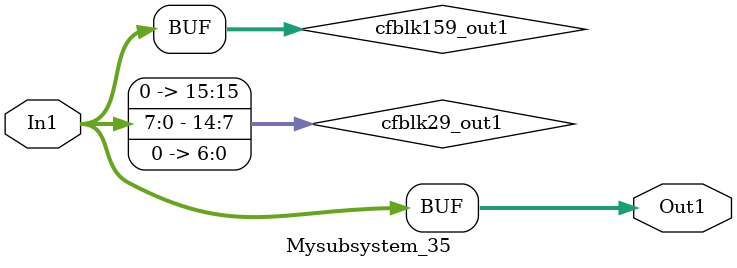
<source format=v>



`timescale 1 ns / 1 ns

module Mysubsystem_35
          (In1,
           Out1);


  input   [7:0] In1;  // uint8
  output  [7:0] Out1;  // uint8


  wire [15:0] cfblk29_out1;  // ufix16_En7
  wire [7:0] cfblk159_out1;  // uint8


  assign cfblk29_out1 = {1'b0, {In1, 7'b0000000}};



  assign cfblk159_out1 = cfblk29_out1[14:7];



  assign Out1 = cfblk159_out1;

endmodule  // Mysubsystem_35


</source>
